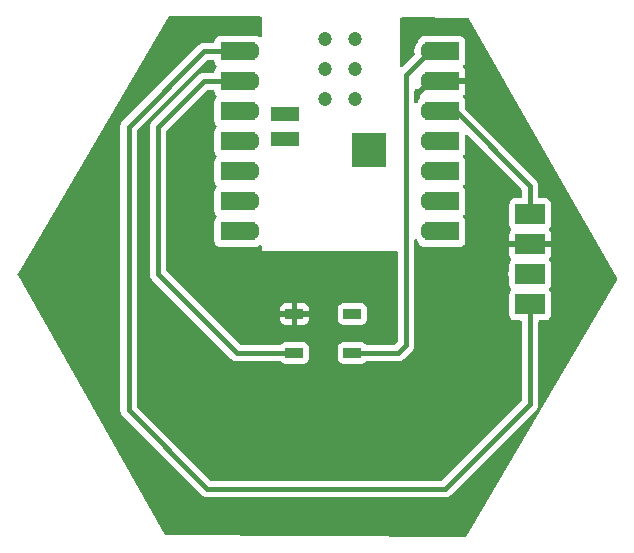
<source format=gbr>
G04 #@! TF.GenerationSoftware,KiCad,Pcbnew,9.0.0*
G04 #@! TF.CreationDate,2025-03-13T15:44:05+01:00*
G04 #@! TF.ProjectId,_autosave-TestBoard,5f617574-6f73-4617-9665-2d5465737442,rev?*
G04 #@! TF.SameCoordinates,Original*
G04 #@! TF.FileFunction,Copper,L1,Top*
G04 #@! TF.FilePolarity,Positive*
%FSLAX46Y46*%
G04 Gerber Fmt 4.6, Leading zero omitted, Abs format (unit mm)*
G04 Created by KiCad (PCBNEW 9.0.0) date 2025-03-13 15:44:05*
%MOMM*%
%LPD*%
G01*
G04 APERTURE LIST*
G04 Aperture macros list*
%AMRoundRect*
0 Rectangle with rounded corners*
0 $1 Rounding radius*
0 $2 $3 $4 $5 $6 $7 $8 $9 X,Y pos of 4 corners*
0 Add a 4 corners polygon primitive as box body*
4,1,4,$2,$3,$4,$5,$6,$7,$8,$9,$2,$3,0*
0 Add four circle primitives for the rounded corners*
1,1,$1+$1,$2,$3*
1,1,$1+$1,$4,$5*
1,1,$1+$1,$6,$7*
1,1,$1+$1,$8,$9*
0 Add four rect primitives between the rounded corners*
20,1,$1+$1,$2,$3,$4,$5,0*
20,1,$1+$1,$4,$5,$6,$7,0*
20,1,$1+$1,$6,$7,$8,$9,0*
20,1,$1+$1,$8,$9,$2,$3,0*%
G04 Aperture macros list end*
G04 #@! TA.AperFunction,SMDPad,CuDef*
%ADD10R,2.500000X1.700000*%
G04 #@! TD*
G04 #@! TA.AperFunction,SMDPad,CuDef*
%ADD11RoundRect,0.090000X0.660000X0.360000X-0.660000X0.360000X-0.660000X-0.360000X0.660000X-0.360000X0*%
G04 #@! TD*
G04 #@! TA.AperFunction,ComponentPad*
%ADD12C,1.600000*%
G04 #@! TD*
G04 #@! TA.AperFunction,SMDPad,CuDef*
%ADD13R,3.000000X1.600000*%
G04 #@! TD*
G04 #@! TA.AperFunction,SMDPad,CuDef*
%ADD14R,2.400000X1.200000*%
G04 #@! TD*
G04 #@! TA.AperFunction,SMDPad,CuDef*
%ADD15C,1.200000*%
G04 #@! TD*
G04 #@! TA.AperFunction,SMDPad,CuDef*
%ADD16R,3.000000X3.000000*%
G04 #@! TD*
G04 #@! TA.AperFunction,Conductor*
%ADD17C,0.400000*%
G04 #@! TD*
G04 #@! TA.AperFunction,Conductor*
%ADD18C,0.200000*%
G04 #@! TD*
G04 APERTURE END LIST*
D10*
X164500000Y-95920000D03*
X164500000Y-98460000D03*
X164500000Y-101000000D03*
X164500000Y-103540000D03*
D11*
X149450000Y-107650000D03*
X149450000Y-104350000D03*
X144550000Y-104350000D03*
X144550000Y-107650000D03*
D12*
X140775000Y-82110000D03*
D13*
X139775000Y-82110000D03*
D12*
X140775000Y-84650000D03*
D13*
X139775000Y-84650000D03*
D12*
X140775000Y-87190000D03*
D13*
X139775000Y-87190000D03*
D12*
X140775000Y-89730000D03*
D13*
X139775000Y-89730000D03*
D12*
X140775000Y-92270000D03*
D13*
X139775000Y-92270000D03*
D12*
X140775000Y-94810000D03*
D13*
X139775000Y-94810000D03*
D12*
X140775000Y-97350000D03*
D13*
X139775000Y-97350000D03*
D12*
X156010000Y-97350000D03*
D13*
X157010000Y-97350000D03*
D12*
X156010000Y-94810000D03*
D13*
X157010000Y-94810000D03*
D12*
X156010000Y-92270000D03*
D13*
X157010000Y-92270000D03*
D12*
X156010000Y-89730000D03*
D13*
X157010000Y-89730000D03*
D12*
X156010000Y-87190000D03*
D13*
X157010000Y-87190000D03*
D12*
X156010000Y-84650000D03*
D13*
X157010000Y-84650000D03*
D12*
X156010000Y-82110000D03*
D13*
X157010000Y-82110000D03*
D14*
X143790000Y-87430000D03*
X143790000Y-89530000D03*
D15*
X147120000Y-81050000D03*
X147120000Y-83590000D03*
X147120000Y-86130000D03*
X149660000Y-86130000D03*
X149660000Y-83590000D03*
X149660000Y-81050000D03*
D16*
X150890000Y-90480000D03*
D17*
X139650001Y-107650000D02*
X133000000Y-100999999D01*
X133000000Y-100999999D02*
X133000000Y-88500000D01*
X136850000Y-84650000D02*
X140775000Y-84650000D01*
X144550000Y-107650000D02*
X139650001Y-107650000D01*
X133000000Y-88500000D02*
X136850000Y-84650000D01*
X154000000Y-84120000D02*
X154000000Y-107000000D01*
X154000000Y-107000000D02*
X153350000Y-107650000D01*
X156010000Y-82110000D02*
X154000000Y-84120000D01*
X153350000Y-107650000D02*
X149450000Y-107650000D01*
X157326522Y-119173478D02*
X164500000Y-112000000D01*
X136890000Y-82110000D02*
X130500000Y-88500000D01*
X130500000Y-112500000D02*
X137173478Y-119173478D01*
D18*
X164500000Y-103500000D02*
X165000000Y-103500000D01*
D17*
X130500000Y-88500000D02*
X130500000Y-112500000D01*
D18*
X164000000Y-104000000D02*
X164500000Y-103500000D01*
D17*
X140775000Y-82110000D02*
X136890000Y-82110000D01*
X137173478Y-119173478D02*
X157326522Y-119173478D01*
X164500000Y-112000000D02*
X164500000Y-103540000D01*
X156010000Y-84650000D02*
X157972000Y-84650000D01*
X165000000Y-100960000D02*
X163350000Y-100960000D01*
X158190000Y-87190000D02*
X164500000Y-93500000D01*
X156010000Y-87190000D02*
X158190000Y-87190000D01*
X164500000Y-93500000D02*
X164500000Y-95920000D01*
G04 #@! TA.AperFunction,Conductor*
G36*
X141652423Y-79161403D02*
G01*
X141719316Y-79181579D01*
X141764682Y-79234717D01*
X141775513Y-79285400D01*
X141775513Y-80811756D01*
X141755828Y-80878795D01*
X141703024Y-80924550D01*
X141633866Y-80934494D01*
X141577202Y-80911023D01*
X141517331Y-80866204D01*
X141517328Y-80866202D01*
X141382482Y-80815908D01*
X141382483Y-80815908D01*
X141322883Y-80809501D01*
X141322881Y-80809500D01*
X141322873Y-80809500D01*
X140877352Y-80809500D01*
X140672648Y-80809500D01*
X140672646Y-80809500D01*
X138227129Y-80809500D01*
X138227123Y-80809501D01*
X138167516Y-80815908D01*
X138032671Y-80866202D01*
X138032664Y-80866206D01*
X137917455Y-80952452D01*
X137917452Y-80952455D01*
X137831206Y-81067664D01*
X137831202Y-81067671D01*
X137780908Y-81202517D01*
X137776470Y-81243802D01*
X137774501Y-81262123D01*
X137774500Y-81262135D01*
X137774500Y-81285500D01*
X137754815Y-81352539D01*
X137702011Y-81398294D01*
X137650500Y-81409500D01*
X136821004Y-81409500D01*
X136685677Y-81436418D01*
X136685667Y-81436421D01*
X136558192Y-81489222D01*
X136443454Y-81565887D01*
X129955887Y-88053454D01*
X129879222Y-88168192D01*
X129826421Y-88295667D01*
X129826418Y-88295679D01*
X129799806Y-88429467D01*
X129799802Y-88429488D01*
X129799501Y-88430998D01*
X129799500Y-88431004D01*
X129799500Y-88431007D01*
X129799500Y-112431006D01*
X129799500Y-112568994D01*
X129799500Y-112568996D01*
X129799499Y-112568996D01*
X129826418Y-112704322D01*
X129826421Y-112704332D01*
X129879222Y-112831807D01*
X129955887Y-112946545D01*
X136726932Y-119717590D01*
X136841670Y-119794255D01*
X136969145Y-119847056D01*
X136969150Y-119847058D01*
X136969154Y-119847058D01*
X136969155Y-119847059D01*
X137104481Y-119873978D01*
X137104484Y-119873978D01*
X157395518Y-119873978D01*
X157486562Y-119855867D01*
X157530850Y-119847058D01*
X157594591Y-119820655D01*
X157658329Y-119794255D01*
X157658330Y-119794254D01*
X157658333Y-119794253D01*
X157773065Y-119717592D01*
X165044114Y-112446543D01*
X165120775Y-112331811D01*
X165173580Y-112204328D01*
X165200500Y-112068994D01*
X165200500Y-111931006D01*
X165200500Y-105014499D01*
X165220185Y-104947460D01*
X165272989Y-104901705D01*
X165324500Y-104890499D01*
X165797871Y-104890499D01*
X165797872Y-104890499D01*
X165857483Y-104884091D01*
X165992331Y-104833796D01*
X166107546Y-104747546D01*
X166193796Y-104632331D01*
X166244091Y-104497483D01*
X166250500Y-104437873D01*
X166250499Y-102642128D01*
X166244091Y-102582517D01*
X166193796Y-102447669D01*
X166116421Y-102344309D01*
X166092004Y-102278848D01*
X166106855Y-102210575D01*
X166116416Y-102195696D01*
X166193796Y-102092331D01*
X166244091Y-101957483D01*
X166250500Y-101897873D01*
X166250499Y-100102128D01*
X166244091Y-100042517D01*
X166193796Y-99907669D01*
X166116109Y-99803893D01*
X166091692Y-99738430D01*
X166106543Y-99670157D01*
X166116110Y-99655271D01*
X166193352Y-99552089D01*
X166193354Y-99552086D01*
X166243596Y-99417379D01*
X166243598Y-99417372D01*
X166249999Y-99357844D01*
X166250000Y-99357827D01*
X166250000Y-98710000D01*
X162750000Y-98710000D01*
X162750000Y-99357844D01*
X162756401Y-99417372D01*
X162756403Y-99417379D01*
X162806645Y-99552086D01*
X162806646Y-99552088D01*
X162883890Y-99655272D01*
X162908307Y-99720736D01*
X162893456Y-99789009D01*
X162883890Y-99803894D01*
X162806204Y-99907669D01*
X162806202Y-99907671D01*
X162755908Y-100042517D01*
X162749501Y-100102116D01*
X162749501Y-100102123D01*
X162749500Y-100102135D01*
X162749500Y-100560229D01*
X162731255Y-100622361D01*
X162732099Y-100622812D01*
X162729933Y-100626863D01*
X162729815Y-100627268D01*
X162729284Y-100628078D01*
X162729224Y-100628189D01*
X162676420Y-100755671D01*
X162676418Y-100755677D01*
X162649500Y-100891004D01*
X162649500Y-100891007D01*
X162649500Y-101028993D01*
X162649500Y-101028995D01*
X162649499Y-101028995D01*
X162676418Y-101164322D01*
X162676421Y-101164332D01*
X162729223Y-101291809D01*
X162732095Y-101297181D01*
X162730791Y-101297877D01*
X162749480Y-101357547D01*
X162749500Y-101359769D01*
X162749500Y-101897870D01*
X162749501Y-101897876D01*
X162755908Y-101957483D01*
X162806202Y-102092328D01*
X162806203Y-102092330D01*
X162883578Y-102195689D01*
X162907995Y-102261153D01*
X162893144Y-102329426D01*
X162883578Y-102344311D01*
X162806203Y-102447669D01*
X162806202Y-102447671D01*
X162755908Y-102582517D01*
X162749501Y-102642116D01*
X162749501Y-102642123D01*
X162749500Y-102642135D01*
X162749500Y-104437870D01*
X162749501Y-104437876D01*
X162755908Y-104497483D01*
X162806202Y-104632328D01*
X162806206Y-104632335D01*
X162892452Y-104747544D01*
X162892455Y-104747547D01*
X163007664Y-104833793D01*
X163007671Y-104833797D01*
X163052618Y-104850561D01*
X163142517Y-104884091D01*
X163202127Y-104890500D01*
X163675500Y-104890499D01*
X163742539Y-104910183D01*
X163788294Y-104962987D01*
X163799500Y-105014499D01*
X163799500Y-111658481D01*
X163779815Y-111725520D01*
X163763181Y-111746162D01*
X157072684Y-118436659D01*
X157011361Y-118470144D01*
X156985003Y-118472978D01*
X137514997Y-118472978D01*
X137447958Y-118453293D01*
X137427316Y-118436659D01*
X131236819Y-112246162D01*
X131203334Y-112184839D01*
X131200500Y-112158481D01*
X131200500Y-88841519D01*
X131220185Y-88774480D01*
X131236819Y-88753838D01*
X137143838Y-82846819D01*
X137205161Y-82813334D01*
X137231519Y-82810500D01*
X137650501Y-82810500D01*
X137717540Y-82830185D01*
X137763295Y-82882989D01*
X137774501Y-82934500D01*
X137774501Y-82957876D01*
X137780908Y-83017483D01*
X137831202Y-83152328D01*
X137831206Y-83152335D01*
X137917452Y-83267544D01*
X137917453Y-83267544D01*
X137917454Y-83267546D01*
X137935071Y-83280734D01*
X137976941Y-83336668D01*
X137981925Y-83406360D01*
X137948439Y-83467683D01*
X137935071Y-83479266D01*
X137917452Y-83492455D01*
X137831206Y-83607664D01*
X137831202Y-83607671D01*
X137780908Y-83742517D01*
X137774501Y-83802116D01*
X137774500Y-83802135D01*
X137774500Y-83825500D01*
X137754815Y-83892539D01*
X137702011Y-83938294D01*
X137650500Y-83949500D01*
X136781003Y-83949500D01*
X136672590Y-83971065D01*
X136672589Y-83971065D01*
X136645671Y-83976420D01*
X136518190Y-84029224D01*
X136403454Y-84105887D01*
X132455887Y-88053454D01*
X132379222Y-88168192D01*
X132326421Y-88295667D01*
X132326418Y-88295679D01*
X132299806Y-88429467D01*
X132299802Y-88429488D01*
X132299501Y-88430998D01*
X132299500Y-88431004D01*
X132299500Y-88431007D01*
X132299500Y-100931005D01*
X132299500Y-101068993D01*
X132299500Y-101068995D01*
X132299499Y-101068995D01*
X132326418Y-101204321D01*
X132326421Y-101204331D01*
X132379222Y-101331806D01*
X132455887Y-101446544D01*
X139203455Y-108194112D01*
X139318193Y-108270777D01*
X139445668Y-108323578D01*
X139445673Y-108323580D01*
X139445677Y-108323580D01*
X139445678Y-108323581D01*
X139581004Y-108350500D01*
X139581007Y-108350500D01*
X139581008Y-108350500D01*
X143345817Y-108350500D01*
X143412856Y-108370185D01*
X143444190Y-108399010D01*
X143468851Y-108431149D01*
X143592202Y-108525800D01*
X143735849Y-108585301D01*
X143851299Y-108600500D01*
X145248700Y-108600499D01*
X145248703Y-108600499D01*
X145364142Y-108585303D01*
X145364146Y-108585301D01*
X145364151Y-108585301D01*
X145507798Y-108525800D01*
X145631149Y-108431149D01*
X145725800Y-108307798D01*
X145785301Y-108164151D01*
X145800500Y-108048701D01*
X145800499Y-107251300D01*
X145800499Y-107251298D01*
X145800499Y-107251296D01*
X145785303Y-107135857D01*
X145785301Y-107135850D01*
X145785301Y-107135849D01*
X145725800Y-106992202D01*
X145631149Y-106868851D01*
X145507798Y-106774200D01*
X145507794Y-106774198D01*
X145364151Y-106714699D01*
X145364149Y-106714698D01*
X145248701Y-106699500D01*
X143851296Y-106699500D01*
X143735857Y-106714696D01*
X143735848Y-106714699D01*
X143592205Y-106774198D01*
X143592202Y-106774199D01*
X143592202Y-106774200D01*
X143468851Y-106868851D01*
X143444191Y-106900988D01*
X143387765Y-106942189D01*
X143345817Y-106949500D01*
X139991520Y-106949500D01*
X139924481Y-106929815D01*
X139903839Y-106913181D01*
X137739328Y-104748670D01*
X143300000Y-104748670D01*
X143315185Y-104864019D01*
X143315187Y-104864024D01*
X143374633Y-105007541D01*
X143374633Y-105007542D01*
X143469207Y-105130792D01*
X143592458Y-105225366D01*
X143735975Y-105284812D01*
X143735980Y-105284814D01*
X143851329Y-105300000D01*
X144300000Y-105300000D01*
X144800000Y-105300000D01*
X145248671Y-105300000D01*
X145364019Y-105284814D01*
X145364024Y-105284812D01*
X145507541Y-105225366D01*
X145507542Y-105225366D01*
X145630792Y-105130792D01*
X145725366Y-105007542D01*
X145725366Y-105007541D01*
X145784812Y-104864024D01*
X145784814Y-104864019D01*
X145800000Y-104748670D01*
X145800000Y-104600000D01*
X144800000Y-104600000D01*
X144800000Y-105300000D01*
X144300000Y-105300000D01*
X144300000Y-104600000D01*
X143300000Y-104600000D01*
X143300000Y-104748670D01*
X137739328Y-104748670D01*
X136941987Y-103951329D01*
X143300000Y-103951329D01*
X143300000Y-104100000D01*
X144300000Y-104100000D01*
X144800000Y-104100000D01*
X145800000Y-104100000D01*
X145800000Y-103951329D01*
X145799996Y-103951298D01*
X148199500Y-103951298D01*
X148199500Y-104748703D01*
X148214696Y-104864142D01*
X148214699Y-104864151D01*
X148274093Y-105007541D01*
X148274200Y-105007798D01*
X148368851Y-105131149D01*
X148492202Y-105225800D01*
X148635849Y-105285301D01*
X148751299Y-105300500D01*
X150148700Y-105300499D01*
X150148703Y-105300499D01*
X150264142Y-105285303D01*
X150264146Y-105285301D01*
X150264151Y-105285301D01*
X150407798Y-105225800D01*
X150531149Y-105131149D01*
X150625800Y-105007798D01*
X150685301Y-104864151D01*
X150700500Y-104748701D01*
X150700499Y-103951300D01*
X150700499Y-103951298D01*
X150700499Y-103951296D01*
X150685303Y-103835857D01*
X150685301Y-103835850D01*
X150685301Y-103835849D01*
X150625800Y-103692202D01*
X150531149Y-103568851D01*
X150407798Y-103474200D01*
X150407794Y-103474198D01*
X150264151Y-103414699D01*
X150264149Y-103414698D01*
X150148701Y-103399500D01*
X148751296Y-103399500D01*
X148635857Y-103414696D01*
X148635848Y-103414699D01*
X148492205Y-103474198D01*
X148368851Y-103568851D01*
X148274198Y-103692205D01*
X148214699Y-103835848D01*
X148214698Y-103835850D01*
X148199500Y-103951298D01*
X145799996Y-103951298D01*
X145784814Y-103835980D01*
X145784812Y-103835975D01*
X145725366Y-103692458D01*
X145725366Y-103692457D01*
X145630792Y-103569207D01*
X145507541Y-103474633D01*
X145364024Y-103415187D01*
X145364019Y-103415185D01*
X145248671Y-103400000D01*
X144800000Y-103400000D01*
X144800000Y-104100000D01*
X144300000Y-104100000D01*
X144300000Y-103400000D01*
X143851329Y-103400000D01*
X143735980Y-103415185D01*
X143735975Y-103415187D01*
X143592458Y-103474633D01*
X143592457Y-103474633D01*
X143469207Y-103569207D01*
X143374633Y-103692457D01*
X143374633Y-103692458D01*
X143315187Y-103835975D01*
X143315185Y-103835980D01*
X143300000Y-103951329D01*
X136941987Y-103951329D01*
X133736819Y-100746161D01*
X133703334Y-100684838D01*
X133700500Y-100658480D01*
X133700500Y-88841519D01*
X133720185Y-88774480D01*
X133736819Y-88753838D01*
X137103838Y-85386819D01*
X137165161Y-85353334D01*
X137191519Y-85350500D01*
X137650501Y-85350500D01*
X137717540Y-85370185D01*
X137763295Y-85422989D01*
X137774501Y-85474500D01*
X137774501Y-85497876D01*
X137780908Y-85557483D01*
X137831202Y-85692328D01*
X137831206Y-85692335D01*
X137917452Y-85807544D01*
X137917453Y-85807544D01*
X137917454Y-85807546D01*
X137934649Y-85820418D01*
X137935071Y-85820734D01*
X137976941Y-85876668D01*
X137981925Y-85946360D01*
X137948439Y-86007683D01*
X137935071Y-86019266D01*
X137917452Y-86032455D01*
X137831206Y-86147664D01*
X137831202Y-86147671D01*
X137780908Y-86282517D01*
X137776470Y-86323802D01*
X137774501Y-86342123D01*
X137774500Y-86342135D01*
X137774500Y-88037870D01*
X137774501Y-88037876D01*
X137780908Y-88097483D01*
X137831202Y-88232328D01*
X137831206Y-88232335D01*
X137917452Y-88347544D01*
X137917453Y-88347544D01*
X137917454Y-88347546D01*
X137935071Y-88360734D01*
X137976941Y-88416668D01*
X137981925Y-88486360D01*
X137948439Y-88547683D01*
X137935071Y-88559266D01*
X137917452Y-88572455D01*
X137831206Y-88687664D01*
X137831202Y-88687671D01*
X137780908Y-88822517D01*
X137774501Y-88882116D01*
X137774500Y-88882135D01*
X137774500Y-90577870D01*
X137774501Y-90577876D01*
X137780908Y-90637483D01*
X137831202Y-90772328D01*
X137831206Y-90772335D01*
X137917452Y-90887544D01*
X137917453Y-90887544D01*
X137917454Y-90887546D01*
X137935070Y-90900733D01*
X137935071Y-90900734D01*
X137976941Y-90956668D01*
X137981925Y-91026360D01*
X137948439Y-91087683D01*
X137935071Y-91099266D01*
X137917452Y-91112455D01*
X137831206Y-91227664D01*
X137831202Y-91227671D01*
X137780908Y-91362517D01*
X137776470Y-91403802D01*
X137774501Y-91422123D01*
X137774500Y-91422135D01*
X137774500Y-93117870D01*
X137774501Y-93117876D01*
X137780908Y-93177483D01*
X137831202Y-93312328D01*
X137831206Y-93312335D01*
X137917452Y-93427544D01*
X137917453Y-93427544D01*
X137917454Y-93427546D01*
X137935070Y-93440733D01*
X137935071Y-93440734D01*
X137976941Y-93496668D01*
X137981925Y-93566360D01*
X137948439Y-93627683D01*
X137935071Y-93639266D01*
X137917452Y-93652455D01*
X137831206Y-93767664D01*
X137831202Y-93767671D01*
X137780908Y-93902517D01*
X137776470Y-93943802D01*
X137774501Y-93962123D01*
X137774500Y-93962135D01*
X137774500Y-95657870D01*
X137774501Y-95657876D01*
X137780908Y-95717483D01*
X137831202Y-95852328D01*
X137831206Y-95852335D01*
X137917452Y-95967544D01*
X137917453Y-95967544D01*
X137917454Y-95967546D01*
X137935070Y-95980733D01*
X137935071Y-95980734D01*
X137976941Y-96036668D01*
X137981925Y-96106360D01*
X137948439Y-96167683D01*
X137935071Y-96179266D01*
X137917452Y-96192455D01*
X137831206Y-96307664D01*
X137831202Y-96307671D01*
X137780908Y-96442517D01*
X137776470Y-96483802D01*
X137774501Y-96502123D01*
X137774500Y-96502135D01*
X137774500Y-98197870D01*
X137774501Y-98197876D01*
X137780908Y-98257483D01*
X137831202Y-98392328D01*
X137831206Y-98392335D01*
X137917452Y-98507544D01*
X137917455Y-98507547D01*
X138032664Y-98593793D01*
X138032671Y-98593797D01*
X138167517Y-98644091D01*
X138167516Y-98644091D01*
X138174444Y-98644835D01*
X138227127Y-98650500D01*
X140672643Y-98650499D01*
X140672648Y-98650500D01*
X140877352Y-98650500D01*
X140877357Y-98650499D01*
X141322872Y-98650499D01*
X141382483Y-98644091D01*
X141517331Y-98593796D01*
X141577201Y-98548976D01*
X141642666Y-98524559D01*
X141710939Y-98539410D01*
X141760345Y-98588815D01*
X141775513Y-98648243D01*
X141775513Y-99000000D01*
X153175500Y-99000000D01*
X153242539Y-99019685D01*
X153288294Y-99072489D01*
X153299500Y-99124000D01*
X153299500Y-106658481D01*
X153290855Y-106687921D01*
X153284332Y-106717908D01*
X153280577Y-106722923D01*
X153279815Y-106725520D01*
X153263181Y-106746162D01*
X153096162Y-106913181D01*
X153034839Y-106946666D01*
X153008481Y-106949500D01*
X150654183Y-106949500D01*
X150587144Y-106929815D01*
X150555809Y-106900989D01*
X150531149Y-106868851D01*
X150407798Y-106774200D01*
X150407794Y-106774198D01*
X150264151Y-106714699D01*
X150264149Y-106714698D01*
X150148701Y-106699500D01*
X148751296Y-106699500D01*
X148635857Y-106714696D01*
X148635848Y-106714699D01*
X148492205Y-106774198D01*
X148492202Y-106774199D01*
X148492202Y-106774200D01*
X148368851Y-106868851D01*
X148322072Y-106929815D01*
X148274198Y-106992205D01*
X148214699Y-107135848D01*
X148214698Y-107135850D01*
X148199500Y-107251298D01*
X148199500Y-108048703D01*
X148214696Y-108164142D01*
X148214699Y-108164151D01*
X148274200Y-108307798D01*
X148368851Y-108431149D01*
X148492202Y-108525800D01*
X148635849Y-108585301D01*
X148751299Y-108600500D01*
X150148700Y-108600499D01*
X150148703Y-108600499D01*
X150264142Y-108585303D01*
X150264146Y-108585301D01*
X150264151Y-108585301D01*
X150407798Y-108525800D01*
X150531149Y-108431149D01*
X150555808Y-108399011D01*
X150612235Y-108357811D01*
X150654183Y-108350500D01*
X153418996Y-108350500D01*
X153510040Y-108332389D01*
X153554328Y-108323580D01*
X153618069Y-108297177D01*
X153681807Y-108270777D01*
X153681808Y-108270776D01*
X153681811Y-108270775D01*
X153796543Y-108194114D01*
X154544114Y-107446543D01*
X154620775Y-107331811D01*
X154673580Y-107204328D01*
X154700500Y-107068994D01*
X154700500Y-106931006D01*
X154700500Y-98141802D01*
X154709384Y-98111543D01*
X154716529Y-98080825D01*
X154719154Y-98078273D01*
X154720185Y-98074763D01*
X154744009Y-98054119D01*
X154766635Y-98032131D01*
X154770224Y-98031403D01*
X154772989Y-98029008D01*
X154804199Y-98024520D01*
X154835114Y-98018257D01*
X154838524Y-98019584D01*
X154842147Y-98019064D01*
X154870839Y-98032167D01*
X154900222Y-98043608D01*
X154903678Y-98047164D01*
X154905703Y-98048089D01*
X154924815Y-98068914D01*
X154955787Y-98111543D01*
X154988501Y-98156572D01*
X155011471Y-98216201D01*
X155015909Y-98257483D01*
X155066202Y-98392328D01*
X155066206Y-98392335D01*
X155152452Y-98507544D01*
X155152455Y-98507547D01*
X155267664Y-98593793D01*
X155267671Y-98593797D01*
X155312618Y-98610561D01*
X155402517Y-98644091D01*
X155462127Y-98650500D01*
X155882980Y-98650499D01*
X155882986Y-98650500D01*
X155907648Y-98650500D01*
X156137015Y-98650500D01*
X156137019Y-98650499D01*
X158557871Y-98650499D01*
X158557872Y-98650499D01*
X158617483Y-98644091D01*
X158752331Y-98593796D01*
X158867546Y-98507546D01*
X158953796Y-98392331D01*
X159004091Y-98257483D01*
X159010500Y-98197873D01*
X159010499Y-96502128D01*
X159004091Y-96442517D01*
X158953796Y-96307669D01*
X158953795Y-96307668D01*
X158953793Y-96307664D01*
X158867547Y-96192455D01*
X158867546Y-96192454D01*
X158849930Y-96179267D01*
X158808058Y-96123334D01*
X158803074Y-96053642D01*
X158836558Y-95992319D01*
X158849930Y-95980733D01*
X158867546Y-95967546D01*
X158953796Y-95852331D01*
X159004091Y-95717483D01*
X159010500Y-95657873D01*
X159010499Y-93962128D01*
X159004091Y-93902517D01*
X158981340Y-93841519D01*
X158953797Y-93767671D01*
X158953793Y-93767664D01*
X158867547Y-93652455D01*
X158867546Y-93652454D01*
X158849930Y-93639267D01*
X158808058Y-93583334D01*
X158803074Y-93513642D01*
X158836558Y-93452319D01*
X158849930Y-93440733D01*
X158867546Y-93427546D01*
X158953796Y-93312331D01*
X159004091Y-93177483D01*
X159010500Y-93117873D01*
X159010499Y-91422128D01*
X159004091Y-91362517D01*
X158953796Y-91227669D01*
X158953795Y-91227668D01*
X158953793Y-91227664D01*
X158867547Y-91112455D01*
X158867546Y-91112454D01*
X158849930Y-91099267D01*
X158808058Y-91043334D01*
X158803074Y-90973642D01*
X158836558Y-90912319D01*
X158849930Y-90900733D01*
X158867546Y-90887546D01*
X158953796Y-90772331D01*
X159004091Y-90637483D01*
X159010500Y-90577873D01*
X159010499Y-89300517D01*
X159030184Y-89233479D01*
X159082987Y-89187724D01*
X159152146Y-89177780D01*
X159215702Y-89206805D01*
X159222180Y-89212837D01*
X163763181Y-93753838D01*
X163796666Y-93815161D01*
X163799500Y-93841519D01*
X163799500Y-94445500D01*
X163779815Y-94512539D01*
X163727011Y-94558294D01*
X163675500Y-94569500D01*
X163202129Y-94569500D01*
X163202123Y-94569501D01*
X163142516Y-94575908D01*
X163007671Y-94626202D01*
X163007664Y-94626206D01*
X162892455Y-94712452D01*
X162892452Y-94712455D01*
X162806206Y-94827664D01*
X162806202Y-94827671D01*
X162755908Y-94962517D01*
X162749501Y-95022116D01*
X162749501Y-95022123D01*
X162749500Y-95022135D01*
X162749500Y-96817870D01*
X162749501Y-96817876D01*
X162755908Y-96877483D01*
X162806202Y-97012328D01*
X162806206Y-97012335D01*
X162883889Y-97116105D01*
X162908307Y-97181569D01*
X162893456Y-97249842D01*
X162883890Y-97264727D01*
X162806647Y-97367910D01*
X162806645Y-97367913D01*
X162756403Y-97502620D01*
X162756401Y-97502627D01*
X162750000Y-97562155D01*
X162750000Y-98210000D01*
X166250000Y-98210000D01*
X166250000Y-97562172D01*
X166249999Y-97562155D01*
X166243598Y-97502627D01*
X166243596Y-97502620D01*
X166193354Y-97367913D01*
X166193352Y-97367910D01*
X166116110Y-97264729D01*
X166091692Y-97199265D01*
X166106543Y-97130992D01*
X166116105Y-97116111D01*
X166193796Y-97012331D01*
X166244091Y-96877483D01*
X166250500Y-96817873D01*
X166250499Y-95022128D01*
X166244091Y-94962517D01*
X166193796Y-94827669D01*
X166193795Y-94827668D01*
X166193793Y-94827664D01*
X166107547Y-94712455D01*
X166107544Y-94712452D01*
X165992335Y-94626206D01*
X165992328Y-94626202D01*
X165857482Y-94575908D01*
X165857483Y-94575908D01*
X165797883Y-94569501D01*
X165797881Y-94569500D01*
X165797873Y-94569500D01*
X165797865Y-94569500D01*
X165324500Y-94569500D01*
X165257461Y-94549815D01*
X165211706Y-94497011D01*
X165200500Y-94445500D01*
X165200500Y-93431004D01*
X165173581Y-93295677D01*
X165173580Y-93295676D01*
X165173580Y-93295672D01*
X165124625Y-93177483D01*
X165120778Y-93168195D01*
X165120776Y-93168191D01*
X165120775Y-93168189D01*
X165086718Y-93117219D01*
X165044114Y-93053457D01*
X165044112Y-93053454D01*
X159046818Y-87056160D01*
X159013333Y-86994837D01*
X159010499Y-86968479D01*
X159010499Y-86342129D01*
X159010498Y-86342123D01*
X159010497Y-86342116D01*
X159004091Y-86282517D01*
X158953796Y-86147669D01*
X158953795Y-86147668D01*
X158953793Y-86147664D01*
X158867547Y-86032455D01*
X158849511Y-86018953D01*
X158807640Y-85963019D01*
X158802657Y-85893327D01*
X158836143Y-85832004D01*
X158849515Y-85820418D01*
X158867191Y-85807186D01*
X158953350Y-85692093D01*
X158953354Y-85692086D01*
X159003596Y-85557379D01*
X159003598Y-85557372D01*
X159009999Y-85497844D01*
X159010000Y-85497827D01*
X159010000Y-84900000D01*
X157134000Y-84900000D01*
X157066961Y-84880315D01*
X157021206Y-84827511D01*
X157010000Y-84776000D01*
X157010000Y-84524000D01*
X157029685Y-84456961D01*
X157082489Y-84411206D01*
X157134000Y-84400000D01*
X159010000Y-84400000D01*
X159010000Y-83802172D01*
X159009999Y-83802155D01*
X159003598Y-83742627D01*
X159003596Y-83742620D01*
X158953354Y-83607913D01*
X158953350Y-83607906D01*
X158867190Y-83492812D01*
X158867189Y-83492811D01*
X158849513Y-83479579D01*
X158807641Y-83423646D01*
X158802657Y-83353954D01*
X158836142Y-83292631D01*
X158849500Y-83281055D01*
X158867546Y-83267546D01*
X158953796Y-83152331D01*
X159004091Y-83017483D01*
X159010500Y-82957873D01*
X159010499Y-81262128D01*
X159004091Y-81202517D01*
X158953796Y-81067669D01*
X158953795Y-81067668D01*
X158953793Y-81067664D01*
X158867547Y-80952455D01*
X158867544Y-80952452D01*
X158752335Y-80866206D01*
X158752328Y-80866202D01*
X158617482Y-80815908D01*
X158617483Y-80815908D01*
X158557883Y-80809501D01*
X158557881Y-80809500D01*
X158557873Y-80809500D01*
X156112356Y-80809500D01*
X156112352Y-80809500D01*
X155907648Y-80809500D01*
X155907642Y-80809500D01*
X155462129Y-80809500D01*
X155462123Y-80809501D01*
X155402516Y-80815908D01*
X155267671Y-80866202D01*
X155267664Y-80866206D01*
X155152455Y-80952452D01*
X155152452Y-80952455D01*
X155066206Y-81067664D01*
X155066202Y-81067671D01*
X155015908Y-81202517D01*
X155011470Y-81243802D01*
X154988499Y-81303432D01*
X154897715Y-81428386D01*
X154804781Y-81610776D01*
X154741522Y-81805465D01*
X154709500Y-82007648D01*
X154709500Y-82212351D01*
X154727986Y-82329068D01*
X154719031Y-82398362D01*
X154693194Y-82436147D01*
X153711681Y-83417661D01*
X153650358Y-83451146D01*
X153580667Y-83446162D01*
X153524733Y-83404290D01*
X153500316Y-83338826D01*
X153500000Y-83329980D01*
X153500000Y-79373217D01*
X153519685Y-79306178D01*
X153572489Y-79260423D01*
X153624909Y-79249220D01*
X159259879Y-79290552D01*
X159326769Y-79310728D01*
X159366803Y-79353336D01*
X166217190Y-91422129D01*
X171832222Y-101314514D01*
X171848196Y-101382533D01*
X171831313Y-101438511D01*
X159045085Y-123214470D01*
X158994165Y-123262313D01*
X158937245Y-123275681D01*
X133685598Y-123090462D01*
X133618705Y-123070286D01*
X133578671Y-123027678D01*
X121113250Y-101066498D01*
X121097277Y-100998480D01*
X121114159Y-100942504D01*
X133900388Y-79166543D01*
X133951308Y-79118701D01*
X134008227Y-79105333D01*
X141652423Y-79161403D01*
G37*
G04 #@! TD.AperFunction*
G04 #@! TA.AperFunction,Conductor*
G36*
X155610000Y-84702661D02*
G01*
X155637259Y-84804394D01*
X155689920Y-84895606D01*
X155764394Y-84970080D01*
X155855606Y-85022741D01*
X155957339Y-85050000D01*
X155963552Y-85050000D01*
X155183436Y-85830114D01*
X155184037Y-85838522D01*
X155212357Y-85876353D01*
X155217342Y-85946044D01*
X155183858Y-86007368D01*
X155170490Y-86018951D01*
X155152455Y-86032452D01*
X155152452Y-86032455D01*
X155066206Y-86147664D01*
X155066202Y-86147671D01*
X155015908Y-86282517D01*
X155011470Y-86323802D01*
X155005744Y-86338663D01*
X155004970Y-86352217D01*
X154988499Y-86383432D01*
X154924818Y-86471082D01*
X154869489Y-86513748D01*
X154799875Y-86519727D01*
X154738080Y-86487122D01*
X154703723Y-86426283D01*
X154700500Y-86398197D01*
X154700500Y-85440954D01*
X154720185Y-85373915D01*
X154772989Y-85328160D01*
X154842147Y-85318216D01*
X154905703Y-85347241D01*
X154924819Y-85368069D01*
X154930524Y-85375922D01*
X155610000Y-84696446D01*
X155610000Y-84702661D01*
G37*
G04 #@! TD.AperFunction*
M02*

</source>
